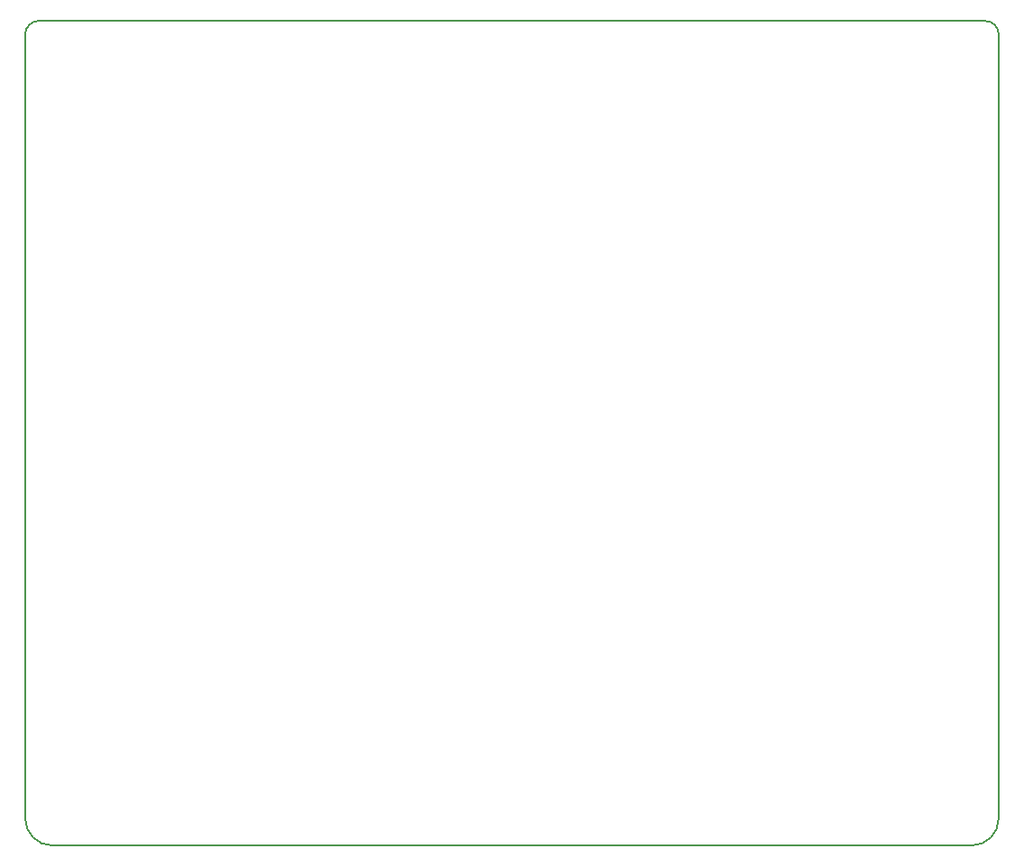
<source format=gbr>
G04 #@! TF.GenerationSoftware,KiCad,Pcbnew,(5.0.2)-1*
G04 #@! TF.CreationDate,2019-02-12T19:40:29-07:00*
G04 #@! TF.ProjectId,Controller,436f6e74-726f-46c6-9c65-722e6b696361,rev?*
G04 #@! TF.SameCoordinates,Original*
G04 #@! TF.FileFunction,Profile,NP*
%FSLAX46Y46*%
G04 Gerber Fmt 4.6, Leading zero omitted, Abs format (unit mm)*
G04 Created by KiCad (PCBNEW (5.0.2)-1) date 2/12/2019 7:40:29 PM*
%MOMM*%
%LPD*%
G01*
G04 APERTURE LIST*
%ADD10C,0.150000*%
G04 APERTURE END LIST*
D10*
X218440000Y-123190000D02*
G75*
G02X215900000Y-125730000I-2540000J0D01*
G01*
X218440000Y-49530000D02*
X218440000Y-123190000D01*
X128270000Y-48260000D02*
X217170000Y-48260000D01*
X127000000Y-123190000D02*
X127000000Y-49530000D01*
X215900000Y-125730000D02*
X129540000Y-125730000D01*
X129540000Y-125730000D02*
G75*
G02X127000000Y-123190000I0J2540000D01*
G01*
X127000000Y-49530000D02*
G75*
G02X128270000Y-48260000I1270000J0D01*
G01*
X217170000Y-48260000D02*
G75*
G02X218440000Y-49530000I0J-1270000D01*
G01*
M02*

</source>
